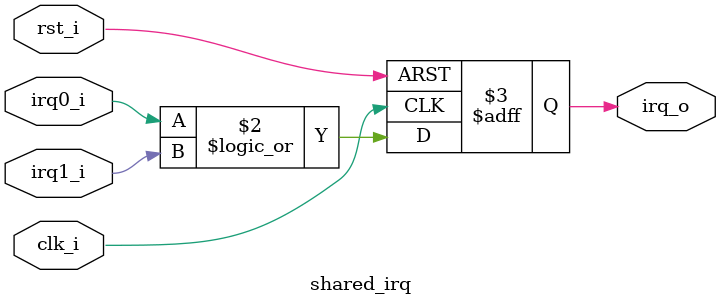
<source format=sv>
module shared_irq (
  input        clk_i,
  input        rst_i,
  input        irq0_i,
  input        irq1_i,
  output logic irq_o
);

always_ff @( posedge clk_i or posedge rst_i )
  begin
    if( rst_i )
      irq_o <= 1'b0;
    else
      irq_o <= ( irq0_i || irq1_i );
  end

endmodule

</source>
